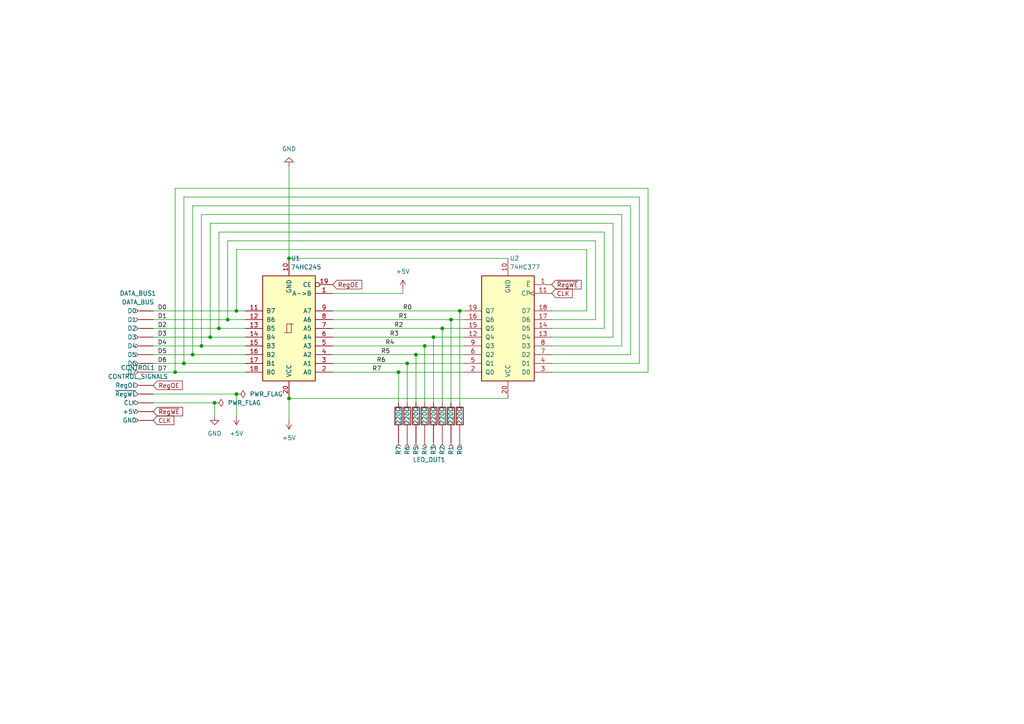
<source format=kicad_sch>
(kicad_sch (version 20211123) (generator eeschema)
  (paper "A4")
  (lib_symbols
    (symbol "74xx:74HC245" (pin_names (offset 1.016))
      (property "Reference" "U" (at -7.62 16.51 0))
      (property "Value" "74HC245" (at -7.62 -16.51 0))
      (symbol "74HC245_1_0"
        (polyline (pts (xy -0.635 -1.27) (xy -0.635 1.27) (xy 0.635 1.27)))
        (polyline (pts (xy -1.27 -1.27) (xy 0.635 -1.27) (xy 0.635 1.27) (xy 1.27 1.27)))
        (pin input line (at -12.7 -10.16 0) (length 5.08) (name "A->B") (number "1"))
        (pin power_in line (at 0 -20.32 90) (length 5.08) (name "GND") (number "10"))
        (pin tri_state line (at 12.7 -5.08 180) (length 5.08) (name "B7") (number "11"))
        (pin tri_state line (at 12.7 -2.54 180) (length 5.08) (name "B6") (number "12"))
        (pin tri_state line (at 12.7 0 180) (length 5.08) (name "B5") (number "13"))
        (pin tri_state line (at 12.7 2.54 180) (length 5.08) (name "B4") (number "14"))
        (pin tri_state line (at 12.7 5.08 180) (length 5.08) (name "B3") (number "15"))
        (pin tri_state line (at 12.7 7.62 180) (length 5.08) (name "B2") (number "16"))
        (pin tri_state line (at 12.7 10.16 180) (length 5.08) (name "B1") (number "17"))
        (pin tri_state line (at 12.7 12.7 180) (length 5.08) (name "B0") (number "18"))
        (pin input inverted (at -12.7 -12.7 0) (length 5.08) (name "CE") (number "19"))
        (pin tri_state line (at -12.7 12.7 0) (length 5.08) (name "A0") (number "2"))
        (pin power_in line (at 0 20.32 270) (length 5.08) (name "VCC") (number "20"))
        (pin tri_state line (at -12.7 10.16 0) (length 5.08) (name "A1") (number "3"))
        (pin tri_state line (at -12.7 7.62 0) (length 5.08) (name "A2") (number "4"))
        (pin tri_state line (at -12.7 5.08 0) (length 5.08) (name "A3") (number "5"))
        (pin tri_state line (at -12.7 2.54 0) (length 5.08) (name "A4") (number "6"))
        (pin tri_state line (at -12.7 0 0) (length 5.08) (name "A5") (number "7"))
        (pin tri_state line (at -12.7 -2.54 0) (length 5.08) (name "A6") (number "8"))
        (pin tri_state line (at -12.7 -5.08 0) (length 5.08) (name "A7") (number "9"))
      )
      (symbol "74HC245_1_1"
        (rectangle (start -7.62 15.24) (end 7.62 -15.24) (stroke (width 0.254)) (fill (type background)))
      )
    )
    (symbol "74xx:74HC377" (pin_names (offset 1.016))
      (property "Reference" "U" (at -7.62 16.51 0))
      (property "Value" "74HC377" (at -7.62 -16.51 0))
      (symbol "74HC377_1_0"
        (pin input line (at -12.7 -12.7 0) (length 5.08) (name "~{E}") (number "1"))
        (pin power_in line (at 0 -20.32 90) (length 5.08) (name "GND") (number "10"))
        (pin input clock (at -12.7 -10.16 0) (length 5.08) (name "CP") (number "11"))
        (pin output line (at 12.7 2.54 180) (length 5.08) (name "Q4") (number "12"))
        (pin input line (at -12.7 2.54 0) (length 5.08) (name "D4") (number "13"))
        (pin input line (at -12.7 0 0) (length 5.08) (name "D5") (number "14"))
        (pin output line (at 12.7 0 180) (length 5.08) (name "Q5") (number "15"))
        (pin output line (at 12.7 -2.54 180) (length 5.08) (name "Q6") (number "16"))
        (pin input line (at -12.7 -2.54 0) (length 5.08) (name "D6") (number "17"))
        (pin input line (at -12.7 -5.08 0) (length 5.08) (name "D7") (number "18"))
        (pin output line (at 12.7 -5.08 180) (length 5.08) (name "Q7") (number "19"))
        (pin output line (at 12.7 12.7 180) (length 5.08) (name "Q0") (number "2"))
        (pin power_in line (at 0 20.32 270) (length 5.08) (name "VCC") (number "20"))
        (pin input line (at -12.7 12.7 0) (length 5.08) (name "D0") (number "3"))
        (pin input line (at -12.7 10.16 0) (length 5.08) (name "D1") (number "4"))
        (pin output line (at 12.7 10.16 180) (length 5.08) (name "Q1") (number "5"))
        (pin output line (at 12.7 7.62 180) (length 5.08) (name "Q2") (number "6"))
        (pin input line (at -12.7 7.62 0) (length 5.08) (name "D2") (number "7"))
        (pin input line (at -12.7 5.08 0) (length 5.08) (name "D3") (number "8"))
        (pin output line (at 12.7 5.08 180) (length 5.08) (name "Q3") (number "9"))
      )
      (symbol "74HC377_1_1"
        (rectangle (start -7.62 15.24) (end 7.62 -15.24) (stroke (width 0.254)) (fill (type background)))
      )
    )
    (symbol "Conn_01x08_Female_1" (pin_numbers hide) (pin_names (offset 1.016))
      (property "Reference" "J3" (at 0 -5.08 90))
      (property "Value" "Conn_01x08_Female" (at -1.27 -16.51 0))
      (symbol "Conn_01x08_Female_1_1_1"
        (arc (start 0 -9.652) (mid -0.508 -10.16) (end 0 -10.668) (stroke (width 0.1524)))
        (arc (start 0 -7.112) (mid -0.508 -7.62) (end 0 -8.128) (stroke (width 0.1524)))
        (arc (start 0 -4.572) (mid -0.508 -5.08) (end 0 -5.588) (stroke (width 0.1524)))
        (arc (start 0 -2.032) (mid -0.508 -2.54) (end 0 -3.048) (stroke (width 0.1524)))
        (polyline (pts (xy -1.27 -10.16) (xy -0.508 -10.16)) (stroke (width 0.1524)))
        (polyline (pts (xy -1.27 -7.62) (xy -0.508 -7.62)) (stroke (width 0.1524)))
        (polyline (pts (xy -1.27 -5.08) (xy -0.508 -5.08)) (stroke (width 0.1524)))
        (polyline (pts (xy -1.27 -2.54) (xy -0.508 -2.54)) (stroke (width 0.1524)))
        (polyline (pts (xy -1.27 0) (xy -0.508 0)) (stroke (width 0.1524)))
        (polyline (pts (xy -1.27 2.54) (xy -0.508 2.54)) (stroke (width 0.1524)))
        (polyline (pts (xy -1.27 5.08) (xy -0.508 5.08)) (stroke (width 0.1524)))
        (polyline (pts (xy -1.27 7.62) (xy -0.508 7.62)) (stroke (width 0.1524)))
        (arc (start 0 0.508) (mid -0.508 0) (end 0 -0.508) (stroke (width 0.1524)))
        (arc (start 0 3.048) (mid -0.508 2.54) (end 0 2.032) (stroke (width 0.1524)))
        (arc (start 0 5.588) (mid -0.508 5.08) (end 0 4.572) (stroke (width 0.1524)))
        (arc (start 0 8.128) (mid -0.508 7.62) (end 0 7.112) (stroke (width 0.1524)))
        (pin passive line (at -5.08 7.62 0) (length 3.81) (name "R0") (number "1"))
        (pin passive line (at -5.08 5.08 0) (length 3.81) (name "R1") (number "2"))
        (pin passive line (at -5.08 2.54 0) (length 3.81) (name "R2") (number "3"))
        (pin passive line (at -5.08 0 0) (length 3.81) (name "R3") (number "4"))
        (pin passive line (at -5.08 -2.54 0) (length 3.81) (name "R4") (number "5"))
        (pin passive line (at -5.08 -5.08 0) (length 3.81) (name "R5") (number "6"))
        (pin passive line (at -5.08 -7.62 0) (length 3.81) (name "R6") (number "7"))
        (pin passive line (at -5.08 -10.16 0) (length 3.81) (name "R7") (number "8"))
      )
    )
    (symbol "Connector:Conn_01x05_Female" (pin_numbers hide) (pin_names (offset 1.016))
      (property "Reference" "J2" (at 0.635 10.16 0))
      (property "Value" "Conn_01x05_Female" (at 0.635 7.62 0))
      (symbol "Conn_01x05_Female_1_1"
        (arc (start 0 -4.572) (mid -0.508 -5.08) (end 0 -5.588) (stroke (width 0.1524)))
        (arc (start 0 -2.032) (mid -0.508 -2.54) (end 0 -3.048) (stroke (width 0.1524)))
        (polyline (pts (xy -1.27 -5.08) (xy -0.508 -5.08)) (stroke (width 0.1524)))
        (polyline (pts (xy -1.27 -2.54) (xy -0.508 -2.54)) (stroke (width 0.1524)))
        (polyline (pts (xy -1.27 0) (xy -0.508 0)) (stroke (width 0.1524)))
        (polyline (pts (xy -1.27 2.54) (xy -0.508 2.54)) (stroke (width 0.1524)))
        (polyline (pts (xy -1.27 5.08) (xy -0.508 5.08)) (stroke (width 0.1524)))
        (arc (start 0 0.508) (mid -0.508 0) (end 0 -0.508) (stroke (width 0.1524)))
        (arc (start 0 3.048) (mid -0.508 2.54) (end 0 2.032) (stroke (width 0.1524)))
        (arc (start 0 5.588) (mid -0.508 5.08) (end 0 4.572) (stroke (width 0.1524)))
        (pin passive line (at -5.08 5.08 0) (length 3.81) (name "RegOE") (number "1"))
        (pin passive line (at -5.08 2.54 0) (length 3.81) (name "~{RegWE}") (number "2"))
        (pin passive line (at -5.08 0 0) (length 3.81) (name "CLK") (number "3"))
        (pin passive line (at -5.08 -2.54 0) (length 3.81) (name "+5V") (number "4"))
        (pin passive line (at -5.08 -5.08 0) (length 3.81) (name "GND") (number "5"))
      )
    )
    (symbol "Connector:Conn_01x08_Female" (pin_numbers hide) (pin_names (offset 1.016))
      (property "Reference" "J1" (at 0.635 12.7 0))
      (property "Value" "Conn_01x08_Female" (at 0.635 10.16 0))
      (symbol "Conn_01x08_Female_1_1"
        (arc (start 0 -9.652) (mid -0.508 -10.16) (end 0 -10.668) (stroke (width 0.1524)))
        (arc (start 0 -7.112) (mid -0.508 -7.62) (end 0 -8.128) (stroke (width 0.1524)))
        (arc (start 0 -4.572) (mid -0.508 -5.08) (end 0 -5.588) (stroke (width 0.1524)))
        (arc (start 0 -2.032) (mid -0.508 -2.54) (end 0 -3.048) (stroke (width 0.1524)))
        (polyline (pts (xy -1.27 -10.16) (xy -0.508 -10.16)) (stroke (width 0.1524)))
        (polyline (pts (xy -1.27 -7.62) (xy -0.508 -7.62)) (stroke (width 0.1524)))
        (polyline (pts (xy -1.27 -5.08) (xy -0.508 -5.08)) (stroke (width 0.1524)))
        (polyline (pts (xy -1.27 -2.54) (xy -0.508 -2.54)) (stroke (width 0.1524)))
        (polyline (pts (xy -1.27 0) (xy -0.508 0)) (stroke (width 0.1524)))
        (polyline (pts (xy -1.27 2.54) (xy -0.508 2.54)) (stroke (width 0.1524)))
        (polyline (pts (xy -1.27 5.08) (xy -0.508 5.08)) (stroke (width 0.1524)))
        (polyline (pts (xy -1.27 7.62) (xy -0.508 7.62)) (stroke (width 0.1524)))
        (arc (start 0 0.508) (mid -0.508 0) (end 0 -0.508) (stroke (width 0.1524)))
        (arc (start 0 3.048) (mid -0.508 2.54) (end 0 2.032) (stroke (width 0.1524)))
        (arc (start 0 5.588) (mid -0.508 5.08) (end 0 4.572) (stroke (width 0.1524)))
        (arc (start 0 8.128) (mid -0.508 7.62) (end 0 7.112) (stroke (width 0.1524)))
        (pin passive line (at -5.08 7.62 0) (length 3.81) (name "D0") (number "1"))
        (pin passive line (at -5.08 5.08 0) (length 3.81) (name "D1") (number "2"))
        (pin passive line (at -5.08 2.54 0) (length 3.81) (name "D2") (number "3"))
        (pin passive line (at -5.08 0 0) (length 3.81) (name "D3") (number "4"))
        (pin passive line (at -5.08 -2.54 0) (length 3.81) (name "D4") (number "5"))
        (pin passive line (at -5.08 -5.08 0) (length 3.81) (name "D5") (number "6"))
        (pin passive line (at -5.08 -7.62 0) (length 3.81) (name "D6") (number "7"))
        (pin passive line (at -5.08 -10.16 0) (length 3.81) (name "D7") (number "8"))
      )
    )
    (symbol "Device:R" (pin_numbers hide) (pin_names (offset 0))
      (property "Reference" "R" (at 2.032 0 90))
      (property "Value" "R" (at 0 0 90))
      (symbol "R_0_1"
        (rectangle (start -1.016 -2.54) (end 1.016 2.54) (stroke (width 0.254)))
      )
      (symbol "R_1_1"
        (pin passive line (at 0 3.81 270) (length 1.27) (name "~") (number "1"))
        (pin passive line (at 0 -3.81 90) (length 1.27) (name "~") (number "2"))
      )
    )
    (symbol "power:+5V" (power) (pin_names (offset 0))
      (property "Value" "+5V" (at 0 3.556 0))
      (symbol "+5V_0_1"
        (polyline (pts (xy -0.762 1.27) (xy 0 2.54)))
        (polyline (pts (xy 0 0) (xy 0 2.54)))
        (polyline (pts (xy 0 2.54) (xy 0.762 1.27)))
      )
      (symbol "+5V_1_1"
        (pin power_in line (at 0 0 90) (length 0) hide (name "+5V") (number "1"))
      )
    )
    (symbol "power:GND" (power) (pin_names (offset 0))
      (property "Value" "GND" (at 0 -3.81 0))
      (symbol "GND_0_1"
        (polyline (pts (xy 0 0) (xy 0 -1.27) (xy 1.27 -1.27) (xy 0 -2.54) (xy -1.27 -1.27) (xy 0 -1.27)))
      )
      (symbol "GND_1_1"
        (pin power_in line (at 0 0 270) (length 0) hide (name "GND") (number "1"))
      )
    )
    (symbol "power:PWR_FLAG" (power) (pin_numbers hide) (pin_names (offset 0) hide)
      (property "Value" "PWR_FLAG" (at 0 3.81 0))
      (symbol "PWR_FLAG_0_0"
        (pin power_out line (at 0 0 90) (length 0) (name "pwr") (number "1"))
      )
      (symbol "PWR_FLAG_0_1"
        (polyline (pts (xy 0 0) (xy 0 1.27) (xy -1.016 1.905) (xy 0 2.54) (xy 1.016 1.905) (xy 0 1.27)))
      )
    )
  )
  (junction (at 120.65 102.87))
  (junction (at 128.27 95.25))
  (junction (at 66.04 92.71))
  (junction (at 68.58 90.17))
  (junction (at 125.73 97.79))
  (junction (at 55.88 102.87))
  (junction (at 68.58 114.3))
  (junction (at 83.82 74.93))
  (junction (at 60.96 97.79))
  (junction (at 58.42 100.33))
  (junction (at 115.57 107.95))
  (junction (at 62.23 116.84))
  (junction (at 50.8 107.95))
  (junction (at 130.81 92.71))
  (junction (at 63.5 95.25))
  (junction (at 118.11 105.41))
  (junction (at 53.34 105.41))
  (junction (at 83.82 115.57))
  (junction (at 133.35 90.17))
  (junction (at 123.19 100.33))
  (wire (pts (xy 128.27 95.25) (xy 134.62 95.25)))
  (wire (pts (xy 83.82 115.57) (xy 83.82 121.92)))
  (wire (pts (xy 175.26 95.25) (xy 160.02 95.25)))
  (wire (pts (xy 62.23 116.84) (xy 62.23 120.65)))
  (wire (pts (xy 180.34 100.33) (xy 160.02 100.33)))
  (wire (pts (xy 96.52 105.41) (xy 118.11 105.41)))
  (wire (pts (xy 44.45 92.71) (xy 66.04 92.71)))
  (wire (pts (xy 53.34 57.15) (xy 53.34 105.41)))
  (wire (pts (xy 68.58 90.17) (xy 71.12 90.17)))
  (wire (pts (xy 68.58 90.17) (xy 68.58 72.39)))
  (wire (pts (xy 170.18 90.17) (xy 160.02 90.17)))
  (wire (pts (xy 187.96 107.95) (xy 160.02 107.95)))
  (wire (pts (xy 68.58 114.3) (xy 68.58 120.65)))
  (wire (pts (xy 55.88 59.69) (xy 182.88 59.69)))
  (wire (pts (xy 66.04 69.85) (xy 172.72 69.85)))
  (wire (pts (xy 66.04 92.71) (xy 71.12 92.71)))
  (wire (pts (xy 58.42 62.23) (xy 180.34 62.23)))
  (wire (pts (xy 182.88 59.69) (xy 182.88 102.87)))
  (wire (pts (xy 115.57 107.95) (xy 115.57 116.84)))
  (wire (pts (xy 170.18 72.39) (xy 170.18 90.17)))
  (wire (pts (xy 116.84 83.82) (xy 116.84 85.09)))
  (wire (pts (xy 50.8 54.61) (xy 187.96 54.61)))
  (wire (pts (xy 63.5 95.25) (xy 71.12 95.25)))
  (wire (pts (xy 44.45 90.17) (xy 68.58 90.17)))
  (wire (pts (xy 44.45 116.84) (xy 62.23 116.84)))
  (wire (pts (xy 44.45 102.87) (xy 55.88 102.87)))
  (wire (pts (xy 66.04 92.71) (xy 66.04 69.85)))
  (wire (pts (xy 58.42 100.33) (xy 58.42 62.23)))
  (wire (pts (xy 172.72 92.71) (xy 160.02 92.71)))
  (wire (pts (xy 53.34 105.41) (xy 71.12 105.41)))
  (wire (pts (xy 96.52 102.87) (xy 120.65 102.87)))
  (wire (pts (xy 118.11 105.41) (xy 118.11 116.84)))
  (wire (pts (xy 133.35 90.17) (xy 134.62 90.17)))
  (wire (pts (xy 172.72 69.85) (xy 172.72 92.71)))
  (wire (pts (xy 55.88 102.87) (xy 55.88 59.69)))
  (wire (pts (xy 96.52 90.17) (xy 133.35 90.17)))
  (wire (pts (xy 185.42 57.15) (xy 185.42 105.41)))
  (wire (pts (xy 83.82 115.57) (xy 147.32 115.57)))
  (wire (pts (xy 44.45 114.3) (xy 68.58 114.3)))
  (wire (pts (xy 44.45 105.41) (xy 53.34 105.41)))
  (wire (pts (xy 177.8 97.79) (xy 160.02 97.79)))
  (wire (pts (xy 96.52 100.33) (xy 123.19 100.33)))
  (wire (pts (xy 60.96 97.79) (xy 60.96 64.77)))
  (wire (pts (xy 120.65 102.87) (xy 134.62 102.87)))
  (wire (pts (xy 177.8 64.77) (xy 177.8 97.79)))
  (wire (pts (xy 123.19 100.33) (xy 134.62 100.33)))
  (wire (pts (xy 115.57 107.95) (xy 134.62 107.95)))
  (wire (pts (xy 96.52 107.95) (xy 115.57 107.95)))
  (wire (pts (xy 120.65 102.87) (xy 120.65 116.8361)))
  (wire (pts (xy 68.58 72.39) (xy 170.18 72.39)))
  (wire (pts (xy 187.96 54.61) (xy 187.96 107.95)))
  (wire (pts (xy 83.82 48.26) (xy 83.82 74.93)))
  (wire (pts (xy 133.35 90.17) (xy 133.35 116.84)))
  (wire (pts (xy 96.52 92.71) (xy 130.81 92.71)))
  (wire (pts (xy 63.5 67.31) (xy 175.26 67.31)))
  (wire (pts (xy 125.73 97.79) (xy 134.62 97.79)))
  (wire (pts (xy 50.8 107.95) (xy 50.8 54.61)))
  (wire (pts (xy 96.52 95.25) (xy 128.27 95.25)))
  (wire (pts (xy 123.19 100.33) (xy 123.19 116.84)))
  (wire (pts (xy 63.5 67.31) (xy 63.5 95.25)))
  (wire (pts (xy 53.34 57.15) (xy 185.42 57.15)))
  (wire (pts (xy 125.73 97.79) (xy 125.73 116.84)))
  (wire (pts (xy 175.26 67.31) (xy 175.26 95.25)))
  (wire (pts (xy 120.65 124.4561) (xy 120.65 124.46)))
  (wire (pts (xy 83.82 74.93) (xy 147.32 74.93)))
  (wire (pts (xy 44.45 100.33) (xy 58.42 100.33)))
  (wire (pts (xy 44.45 107.95) (xy 50.8 107.95)))
  (wire (pts (xy 60.96 64.77) (xy 177.8 64.77)))
  (wire (pts (xy 50.8 107.95) (xy 71.12 107.95)))
  (wire (pts (xy 185.42 105.41) (xy 160.02 105.41)))
  (wire (pts (xy 116.84 85.09) (xy 96.52 85.09)))
  (wire (pts (xy 128.27 95.25) (xy 128.27 116.84)))
  (wire (pts (xy 118.11 105.41) (xy 134.62 105.41)))
  (wire (pts (xy 130.81 92.71) (xy 130.81 116.84)))
  (wire (pts (xy 44.45 95.25) (xy 63.5 95.25)))
  (wire (pts (xy 60.96 97.79) (xy 71.12 97.79)))
  (wire (pts (xy 180.34 62.23) (xy 180.34 100.33)))
  (wire (pts (xy 55.88 102.87) (xy 71.12 102.87)))
  (wire (pts (xy 182.88 102.87) (xy 160.02 102.87)))
  (wire (pts (xy 96.52 97.79) (xy 125.73 97.79)))
  (wire (pts (xy 130.81 92.71) (xy 134.62 92.71)))
  (wire (pts (xy 44.45 97.79) (xy 60.96 97.79)))
  (wire (pts (xy 58.42 100.33) (xy 71.12 100.33)))
  (label "D7" (at 45.72 107.95 0))
  (label "R7" (at 107.95 107.95 0))
  (label "R1" (at 115.57 92.71 0))
  (label "R4" (at 111.76 100.33 0))
  (label "R5" (at 110.49 102.87 0))
  (label "D1" (at 45.72 92.71 0))
  (label "R0" (at 116.84 90.17 0))
  (label "D0" (at 45.72 90.17 0))
  (label "D4" (at 45.72 100.33 0))
  (label "R6" (at 109.22 105.41 0))
  (label "D2" (at 45.72 95.25 0))
  (label "D3" (at 45.72 97.79 0))
  (label "D6" (at 45.72 105.41 0))
  (label "D5" (at 45.72 102.87 0))
  (label "R3" (at 113.03 97.79 0))
  (label "R2" (at 114.3 95.25 0))
  (global_label "RegOE" (shape input) (at 96.52 82.55 0) (property "Intersheet References" "${INTERSHEET_REFS}" (effects hide)))
  (global_label "RegOE" (shape input) (at 44.45 111.76 0) (property "Intersheet References" "${INTERSHEET_REFS}" (effects hide)))
  (global_label "~{RegWE}" (shape input) (at 160.02 82.55 0) (property "Intersheet References" "${INTERSHEET_REFS}" (effects hide)))
  (global_label "CLK" (shape input) (at 160.02 85.09 0) (property "Intersheet References" "${INTERSHEET_REFS}" (effects hide)))
  (global_label "~{RegWE}" (shape input) (at 44.45 119.38 0) (property "Intersheet References" "${INTERSHEET_REFS}" (effects hide)))
  (global_label "CLK" (shape input) (at 44.45 121.92 0) (property "Intersheet References" "${INTERSHEET_REFS}" (effects hide)))
  (symbol (lib_id "power:PWR_FLAG") (at 68.58 114.3 270) (unit 1)
    (property "Reference" "#FLG0101" (effects hide))
    (property "Value" "PWR_FLAG" (at 72.39 114.3 90) (effects (justify left)))
  )
  (symbol (lib_id "Device:R") (at 130.81 120.65 0) (unit 1)
    (property "Reference" "R7" (effects hide))
    (property "Value" "220Ω" (at 130.81 123.19 90) (effects (justify left)))
    (property "Footprint" "Resistor_SMD:R_1206_3216Metric_Pad1.30x1.75mm_HandSolder" (effects hide))
  )
  (symbol (lib_id "Device:R") (at 133.35 120.65 0) (unit 1)
    (property "Reference" "R0" (effects hide))
    (property "Value" "220Ω" (at 133.35 123.19 90) (effects (justify left)))
    (property "Footprint" "Resistor_SMD:R_1206_3216Metric_Pad1.30x1.75mm_HandSolder" (effects hide))
  )
  (symbol (lib_id "power:+5V") (at 68.58 120.65 180) (unit 1)
    (property "Reference" "#PWR0102" (effects hide))
    (property "Value" "+5V" (at 68.58 125.73 0))
  )
  (symbol (lib_id "Connector:Conn_01x08_Female") (at 39.37 97.79 0) (mirror y) (unit 1)
    (property "Reference" "DATA_BUS1" (at 40.005 85.09 0))
    (property "Value" "DATA_BUS" (at 40.005 87.63 0))
    (property "Footprint" "Connector_PinSocket_2.54mm:PinSocket_1x08_P2.54mm_Vertical" (effects hide))
  )
  (symbol (lib_id "Device:R") (at 118.11 120.65 0) (unit 1)
    (property "Reference" "R2" (effects hide))
    (property "Value" "220Ω" (at 118.11 123.19 90) (effects (justify left)))
    (property "Footprint" "Resistor_SMD:R_1206_3216Metric_Pad1.30x1.75mm_HandSolder" (effects hide))
  )
  (symbol (lib_id "Device:R") (at 120.65 120.6461 0) (unit 1)
    (property "Reference" "R3" (effects hide))
    (property "Value" "220Ω" (at 120.65 123.19 90) (effects (justify left)))
    (property "Footprint" "Resistor_SMD:R_1206_3216Metric_Pad1.30x1.75mm_HandSolder" (effects hide))
  )
  (symbol (lib_id "power:+5V") (at 83.82 121.92 180) (unit 1)
    (property "Reference" "#PWR02" (effects hide))
    (property "Value" "+5V" (at 83.82 127 0))
  )
  (symbol (lib_id "74xx:74HC377") (at 147.32 95.25 180) (unit 1)
    (property "Reference" "U2" (at 147.8406 74.93 0) (effects (justify right)))
    (property "Value" "74HC377" (at 147.8406 77.47 0) (effects (justify right)))
    (property "Footprint" "Package_DIP:DIP-20_W7.62mm_Socket" (effects hide))
    (property "Datasheet" "http://www.ti.com/lit/gpn/sn74LS377" (effects hide))
  )
  (symbol (lib_id "Device:R") (at 115.57 120.65 0) (unit 1)
    (property "Reference" "R1" (effects hide))
    (property "Value" "220Ω" (at 115.57 123.19 90) (effects (justify left)))
    (property "Footprint" "Resistor_SMD:R_1206_3216Metric_Pad1.30x1.75mm_HandSolder" (effects hide))
  )
  (symbol (lib_id "power:GND") (at 83.82 48.26 180) (unit 1)
    (property "Reference" "#PWR01" (effects hide))
    (property "Value" "GND" (at 83.82 43.18 0))
  )
  (symbol (lib_id "Device:R") (at 125.73 120.65 0) (unit 1)
    (property "Reference" "R5" (effects hide))
    (property "Value" "220Ω" (at 125.73 123.19 90) (effects (justify left)))
    (property "Footprint" "Resistor_SMD:R_1206_3216Metric_Pad1.30x1.75mm_HandSolder" (effects hide))
  )
  (symbol (lib_id "Device:R") (at 128.27 120.65 0) (unit 1)
    (property "Reference" "R6" (effects hide))
    (property "Value" "220Ω" (at 128.27 123.19 90) (effects (justify left)))
    (property "Footprint" "Resistor_SMD:R_1206_3216Metric_Pad1.30x1.75mm_HandSolder" (effects hide))
  )
  (symbol (lib_id "Device:R") (at 123.19 120.65 0) (unit 1)
    (property "Reference" "R4" (effects hide))
    (property "Value" "220Ω" (at 123.19 123.19 90) (effects (justify left)))
    (property "Footprint" "Resistor_SMD:R_1206_3216Metric_Pad1.30x1.75mm_HandSolder" (effects hide))
  )
  (symbol (lib_name "Conn_01x08_Female_1") (lib_id "Connector:Conn_01x08_Female") (at 125.73 129.54 270) (unit 1)
    (property "Reference" "LED_OUT1" (at 124.46 133.35 90))
    (property "Value" "LEDs" (effects hide))
    (property "Footprint" "Connector_PinHeader_2.54mm:PinHeader_1x08_P2.54mm_Horizontal" (effects hide))
  )
  (symbol (lib_id "power:+5V") (at 116.84 83.82 0) (unit 1)
    (property "Reference" "#PWR0103" (effects hide))
    (property "Value" "+5V" (at 116.84 78.74 0))
  )
  (symbol (lib_id "power:GND") (at 62.23 120.65 0) (unit 1)
    (property "Reference" "#PWR0101" (effects hide))
    (property "Value" "GND" (at 62.23 125.73 0))
  )
  (symbol (lib_id "74xx:74HC245") (at 83.82 95.25 180) (unit 1)
    (property "Reference" "U1" (at 84.3406 74.93 0) (effects (justify right)))
    (property "Value" "74HC245" (at 84.3406 77.47 0) (effects (justify right)))
    (property "Footprint" "Package_DIP:DIP-20_W7.62mm_Socket" (effects hide))
    (property "Datasheet" "http://www.ti.com/lit/gpn/sn74HC245" (effects hide))
  )
  (symbol (lib_id "power:PWR_FLAG") (at 62.23 116.84 270) (unit 1)
    (property "Reference" "#FLG0102" (effects hide))
    (property "Value" "PWR_FLAG" (at 66.04 116.8399 90) (effects (justify left)))
  )
  (symbol (lib_id "Connector:Conn_01x05_Female") (at 39.37 116.84 0) (mirror y) (unit 1)
    (property "Reference" "CONTROL1" (at 40.005 106.68 0))
    (property "Value" "CONTROL_SIGNALS" (at 40.005 109.22 0))
    (property "Footprint" "Connector_PinSocket_2.54mm:PinSocket_1x05_P2.54mm_Vertical" (effects hide))
  )
)
</source>
